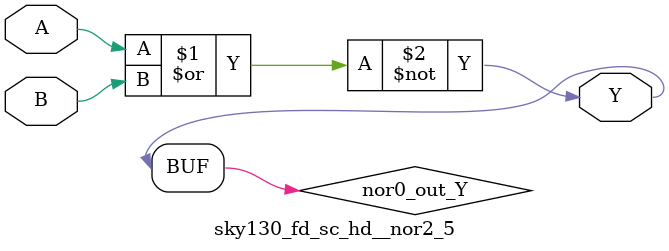
<source format=v>
module sky130_fd_sc_hd__nor2_5 (
    Y,
    A,
    B
);
    output Y;
    input  A;
    input  B;
    wire nor0_out_Y;
    nor nor0 (nor0_out_Y, A, B           );
    buf buf0 (Y         , nor0_out_Y     );
endmodule
</source>
